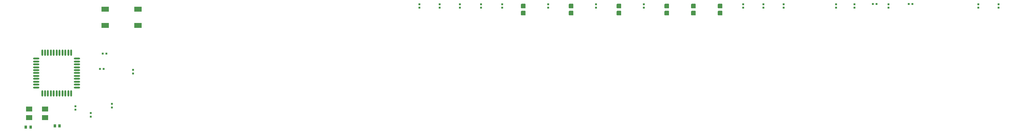
<source format=gtp>
G04 Layer_Color=8421504*
%FSLAX24Y24*%
%MOIN*%
G70*
G01*
G75*
%ADD10R,0.0236X0.0197*%
%ADD11O,0.0197X0.0689*%
%ADD12O,0.0689X0.0197*%
G04:AMPARAMS|DCode=13|XSize=50mil|YSize=50mil|CornerRadius=6.3mil|HoleSize=0mil|Usage=FLASHONLY|Rotation=90.000|XOffset=0mil|YOffset=0mil|HoleType=Round|Shape=RoundedRectangle|*
%AMROUNDEDRECTD13*
21,1,0.0500,0.0375,0,0,90.0*
21,1,0.0375,0.0500,0,0,90.0*
1,1,0.0125,0.0188,0.0188*
1,1,0.0125,0.0188,-0.0188*
1,1,0.0125,-0.0188,-0.0188*
1,1,0.0125,-0.0188,0.0188*
%
%ADD13ROUNDEDRECTD13*%
%ADD14R,0.0827X0.0551*%
%ADD15R,0.0315X0.0354*%
%ADD16R,0.0197X0.0236*%
%ADD17R,0.0709X0.0551*%
D10*
X116350Y28703D02*
D03*
Y29097D02*
D03*
X114150Y28703D02*
D03*
Y29097D02*
D03*
X104400Y28703D02*
D03*
Y29097D02*
D03*
X100700Y28703D02*
D03*
Y29097D02*
D03*
X98700Y28703D02*
D03*
Y29097D02*
D03*
X93000Y28703D02*
D03*
Y29097D02*
D03*
X90800Y28703D02*
D03*
Y29097D02*
D03*
X88600Y28703D02*
D03*
Y29097D02*
D03*
X55600Y28703D02*
D03*
Y29097D02*
D03*
X53400Y28703D02*
D03*
Y29097D02*
D03*
X22250Y21550D02*
D03*
Y21944D02*
D03*
X19950Y17850D02*
D03*
Y18244D02*
D03*
X17650Y16853D02*
D03*
Y17247D02*
D03*
X16000Y17600D02*
D03*
Y17994D02*
D03*
X77800Y28703D02*
D03*
Y29097D02*
D03*
X72600Y28703D02*
D03*
Y29097D02*
D03*
X67400Y28703D02*
D03*
Y29097D02*
D03*
X62400Y28703D02*
D03*
Y29097D02*
D03*
X60100Y28703D02*
D03*
Y29097D02*
D03*
X57800Y28703D02*
D03*
Y29097D02*
D03*
D11*
X12375Y23824D02*
D03*
X12690D02*
D03*
X13005D02*
D03*
X13320D02*
D03*
X13635D02*
D03*
X13950D02*
D03*
X14265D02*
D03*
X14580D02*
D03*
X14895D02*
D03*
X15210D02*
D03*
X15525D02*
D03*
Y19376D02*
D03*
X15210D02*
D03*
X14895D02*
D03*
X14580D02*
D03*
X14265D02*
D03*
X13950D02*
D03*
X13635D02*
D03*
X13320D02*
D03*
X13005D02*
D03*
X12690D02*
D03*
X12375D02*
D03*
D12*
X16174Y23175D02*
D03*
Y22860D02*
D03*
Y22545D02*
D03*
Y22230D02*
D03*
Y21915D02*
D03*
Y21600D02*
D03*
Y21285D02*
D03*
Y20970D02*
D03*
Y20655D02*
D03*
Y20340D02*
D03*
Y20025D02*
D03*
X11726D02*
D03*
Y20340D02*
D03*
Y20655D02*
D03*
Y20970D02*
D03*
Y21285D02*
D03*
Y21600D02*
D03*
Y21915D02*
D03*
Y22230D02*
D03*
Y22545D02*
D03*
Y22860D02*
D03*
Y23175D02*
D03*
D13*
X86100Y28125D02*
D03*
Y28875D02*
D03*
X83200Y28125D02*
D03*
Y28875D02*
D03*
X80300Y28125D02*
D03*
Y28875D02*
D03*
X75100Y28125D02*
D03*
Y28875D02*
D03*
X69900Y28125D02*
D03*
Y28875D02*
D03*
X64700Y28125D02*
D03*
Y28875D02*
D03*
D14*
X22800Y26778D02*
D03*
Y28550D02*
D03*
X19217Y26778D02*
D03*
Y28550D02*
D03*
D15*
X10600Y15700D02*
D03*
X11112D02*
D03*
X13750Y15850D02*
D03*
X14262D02*
D03*
D16*
X18956Y23700D02*
D03*
X19350D02*
D03*
X18656Y22050D02*
D03*
X19050D02*
D03*
X106603Y29100D02*
D03*
X106997D02*
D03*
X102703D02*
D03*
X103097D02*
D03*
D17*
X10950Y17695D02*
D03*
X12682Y16750D02*
D03*
X10950D02*
D03*
X12682Y17695D02*
D03*
M02*

</source>
